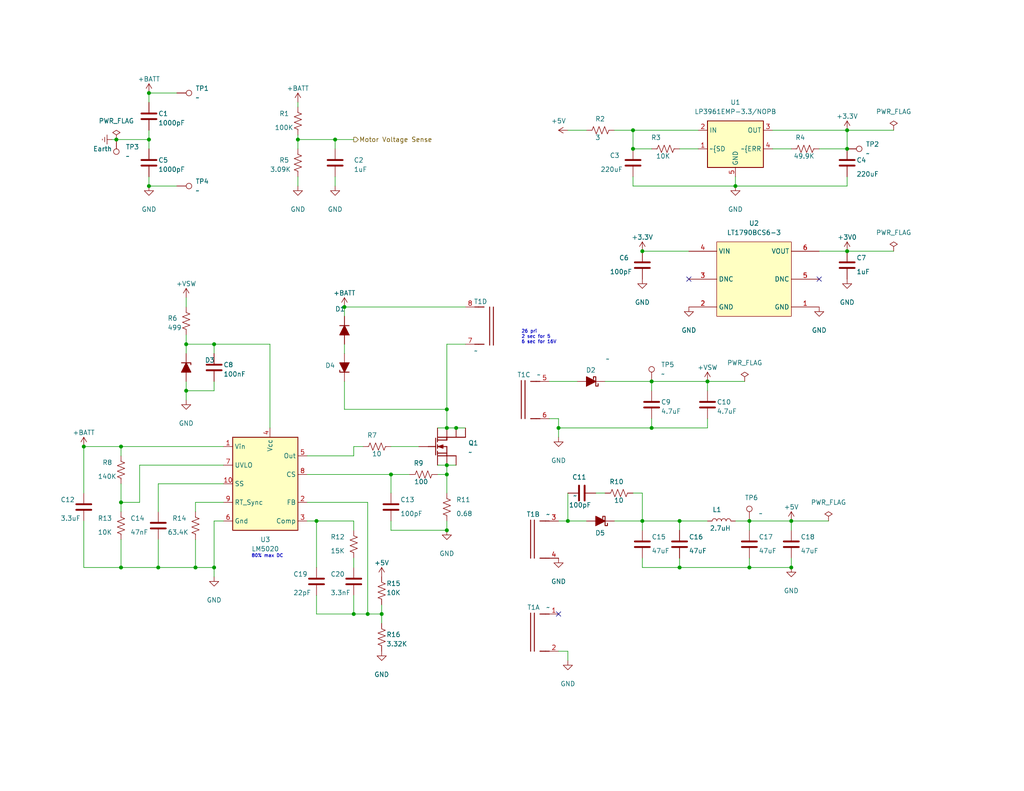
<source format=kicad_sch>
(kicad_sch (version 20231120) (generator "eeschema") (generator_version "8.0")
  (paper "A")
  (title_block (title "Advanced Motor Controller") (company "Electro Synthetics"))
  (junction (at 231.14 40.64))
  (junction (at 177.8 104.14))
  (junction (at 33.02 137.16))
  (junction (at 215.9 142.24))
  (junction (at 215.9 154.94))
  (junction (at 121.92 144.78))
  (junction (at 185.42 154.94))
  (junction (at 121.92 127))
  (junction (at 106.68 129.54))
  (junction (at 121.92 129.54))
  (junction (at 172.72 35.56))
  (junction (at 154.94 142.24))
  (junction (at 200.66 50.8))
  (junction (at 152.4 116.84))
  (junction (at 100.33 167.64))
  (junction (at 193.04 104.14))
  (junction (at 86.36 142.24))
  (junction (at 50.8 93.98))
  (junction (at 40.64 38.1))
  (junction (at 43.18 154.94))
  (junction (at 204.47 154.94))
  (junction (at 124.46 116.84))
  (junction (at 93.98 83.82))
  (junction (at 231.14 35.56))
  (junction (at 231.14 68.58))
  (junction (at 40.64 50.8))
  (junction (at 31.75 38.1))
  (junction (at 81.28 38.1))
  (junction (at 172.72 40.64))
  (junction (at 50.8 106.68))
  (junction (at 33.02 121.92))
  (junction (at 104.14 167.64))
  (junction (at 40.64 25.4))
  (junction (at 53.34 154.94))
  (junction (at 91.44 38.1))
  (junction (at 22.86 121.92))
  (junction (at 175.26 68.58))
  (junction (at 58.42 154.94))
  (junction (at 175.26 142.24))
  (junction (at 185.42 142.24))
  (junction (at 121.92 116.84))
  (junction (at 204.47 142.24))
  (junction (at 121.92 111.76))
  (junction (at 177.8 116.84))
  (junction (at 58.42 93.98))
  (junction (at 96.52 167.64))
  (junction (at 33.02 154.94))
  (no_connect (at 223.52 76.2))
  (no_connect (at 152.4 167.64))
  (no_connect (at 187.96 76.2))
  (wire (pts (xy 91.44 48.26) (xy 91.44 50.8)))
  (wire (pts (xy 215.9 142.24) (xy 226.06 142.24)))
  (wire (pts (xy 127 93.98) (xy 121.92 93.98)))
  (wire (pts (xy 50.8 106.68) (xy 50.8 109.22)))
  (wire (pts (xy 50.8 93.98) (xy 50.8 96.52)))
  (wire (pts (xy 22.86 154.94) (xy 33.02 154.94)))
  (wire (pts (xy 96.52 162.56) (xy 96.52 167.64)))
  (wire (pts (xy 152.4 114.3) (xy 152.4 116.84)))
  (wire (pts (xy 204.47 154.94) (xy 215.9 154.94)))
  (wire (pts (xy 106.68 142.24) (xy 106.68 144.78)))
  (wire (pts (xy 50.8 93.98) (xy 58.42 93.98)))
  (wire (pts (xy 50.8 81.28) (xy 50.8 83.82)))
  (wire (pts (xy 215.9 142.24) (xy 215.9 144.78)))
  (wire (pts (xy 175.26 134.62) (xy 175.26 142.24)))
  (wire (pts (xy 81.28 27.94) (xy 81.28 29.21)))
  (wire (pts (xy 40.64 25.4) (xy 40.64 27.94)))
  (wire (pts (xy 177.8 104.14) (xy 177.8 106.68)))
  (wire (pts (xy 31.75 38.1) (xy 40.64 38.1)))
  (wire (pts (xy 81.28 38.1) (xy 81.28 40.64)))
  (wire (pts (xy 86.36 142.24) (xy 96.52 142.24)))
  (wire (pts (xy 152.4 116.84) (xy 152.4 119.38)))
  (wire (pts (xy 200.66 142.24) (xy 204.47 142.24)))
  (wire (pts (xy 33.02 147.32) (xy 33.02 154.94)))
  (wire (pts (xy 172.72 35.56) (xy 172.72 40.64)))
  (wire (pts (xy 22.86 142.24) (xy 22.86 154.94)))
  (wire (pts (xy 93.98 83.82) (xy 127 83.82)))
  (wire (pts (xy 185.42 152.4) (xy 185.42 154.94)))
  (wire (pts (xy 200.66 48.26) (xy 200.66 50.8)))
  (wire (pts (xy 93.98 83.82) (xy 93.98 86.36)))
  (wire (pts (xy 38.1 127) (xy 60.96 127)))
  (wire (pts (xy 81.28 36.83) (xy 81.28 38.1)))
  (wire (pts (xy 40.64 38.1) (xy 40.64 40.64)))
  (wire (pts (xy 149.86 104.14) (xy 157.48 104.14)))
  (wire (pts (xy 175.26 152.4) (xy 175.26 154.94)))
  (wire (pts (xy 43.18 154.94) (xy 53.34 154.94)))
  (wire (pts (xy 81.28 38.1) (xy 91.44 38.1)))
  (wire (pts (xy 106.68 129.54) (xy 106.68 134.62)))
  (wire (pts (xy 185.42 142.24) (xy 193.04 142.24)))
  (wire (pts (xy 121.92 127) (xy 121.92 129.54)))
  (wire (pts (xy 58.42 154.94) (xy 58.42 157.48)))
  (wire (pts (xy 40.64 50.8) (xy 48.26 50.8)))
  (wire (pts (xy 83.82 142.24) (xy 86.36 142.24)))
  (wire (pts (xy 106.68 144.78) (xy 121.92 144.78)))
  (wire (pts (xy 53.34 147.32) (xy 53.34 154.94)))
  (wire (pts (xy 152.4 116.84) (xy 177.8 116.84)))
  (wire (pts (xy 91.44 40.64) (xy 91.44 38.1)))
  (wire (pts (xy 119.38 116.84) (xy 121.92 116.84)))
  (wire (pts (xy 38.1 137.16) (xy 33.02 137.16)))
  (wire (pts (xy 231.14 35.56) (xy 231.14 40.64)))
  (wire (pts (xy 121.92 111.76) (xy 121.92 116.84)))
  (wire (pts (xy 215.9 152.4) (xy 215.9 154.94)))
  (wire (pts (xy 121.92 127) (xy 124.46 127)))
  (wire (pts (xy 175.26 154.94) (xy 185.42 154.94)))
  (wire (pts (xy 96.52 121.92) (xy 99.06 121.92)))
  (wire (pts (xy 100.33 137.16) (xy 100.33 167.64)))
  (wire (pts (xy 86.36 167.64) (xy 96.52 167.64)))
  (wire (pts (xy 121.92 116.84) (xy 124.46 116.84)))
  (wire (pts (xy 119.38 127) (xy 121.92 127)))
  (wire (pts (xy 165.1 104.14) (xy 177.8 104.14)))
  (wire (pts (xy 22.86 121.92) (xy 22.86 134.62)))
  (wire (pts (xy 154.94 35.56) (xy 160.02 35.56)))
  (wire (pts (xy 33.02 132.08) (xy 33.02 137.16)))
  (wire (pts (xy 175.26 142.24) (xy 185.42 142.24)))
  (wire (pts (xy 58.42 106.68) (xy 50.8 106.68)))
  (wire (pts (xy 58.42 93.98) (xy 73.66 93.98)))
  (wire (pts (xy 83.82 129.54) (xy 106.68 129.54)))
  (wire (pts (xy 40.64 25.4) (xy 48.26 25.4)))
  (wire (pts (xy 86.36 142.24) (xy 86.36 154.94)))
  (wire (pts (xy 86.36 162.56) (xy 86.36 167.64)))
  (wire (pts (xy 172.72 50.8) (xy 200.66 50.8)))
  (wire (pts (xy 223.52 68.58) (xy 231.14 68.58)))
  (wire (pts (xy 38.1 127) (xy 38.1 137.16)))
  (wire (pts (xy 154.94 142.24) (xy 160.02 142.24)))
  (wire (pts (xy 96.52 124.46) (xy 96.52 121.92)))
  (wire (pts (xy 81.28 48.26) (xy 81.28 50.8)))
  (wire (pts (xy 106.68 121.92) (xy 114.3 121.92)))
  (wire (pts (xy 193.04 104.14) (xy 193.04 106.68)))
  (wire (pts (xy 204.47 152.4) (xy 204.47 154.94)))
  (wire (pts (xy 106.68 129.54) (xy 111.76 129.54)))
  (wire (pts (xy 177.8 116.84) (xy 193.04 116.84)))
  (wire (pts (xy 152.4 142.24) (xy 154.94 142.24)))
  (wire (pts (xy 185.42 40.64) (xy 190.5 40.64)))
  (wire (pts (xy 154.94 177.8) (xy 152.4 177.8)))
  (wire (pts (xy 93.98 93.98) (xy 93.98 96.52)))
  (wire (pts (xy 30.48 38.1) (xy 31.75 38.1)))
  (wire (pts (xy 204.47 142.24) (xy 215.9 142.24)))
  (wire (pts (xy 83.82 124.46) (xy 96.52 124.46)))
  (wire (pts (xy 210.82 40.64) (xy 215.9 40.64)))
  (wire (pts (xy 83.82 137.16) (xy 100.33 137.16)))
  (wire (pts (xy 53.34 137.16) (xy 53.34 139.7)))
  (wire (pts (xy 172.72 48.26) (xy 172.72 50.8)))
  (wire (pts (xy 93.98 111.76) (xy 121.92 111.76)))
  (wire (pts (xy 175.26 68.58) (xy 187.96 68.58)))
  (wire (pts (xy 58.42 104.14) (xy 58.42 106.68)))
  (wire (pts (xy 200.66 50.8) (xy 231.14 50.8)))
  (wire (pts (xy 167.64 142.24) (xy 175.26 142.24)))
  (wire (pts (xy 121.92 129.54) (xy 121.92 134.62)))
  (wire (pts (xy 43.18 147.32) (xy 43.18 154.94)))
  (wire (pts (xy 121.92 142.24) (xy 121.92 144.78)))
  (wire (pts (xy 185.42 142.24) (xy 185.42 144.78)))
  (wire (pts (xy 104.14 170.18) (xy 104.14 167.64)))
  (wire (pts (xy 172.72 40.64) (xy 177.8 40.64)))
  (wire (pts (xy 93.98 104.14) (xy 93.98 111.76)))
  (wire (pts (xy 40.64 48.26) (xy 40.64 50.8)))
  (wire (pts (xy 231.14 35.56) (xy 243.84 35.56)))
  (wire (pts (xy 96.52 142.24) (xy 96.52 144.78)))
  (wire (pts (xy 58.42 142.24) (xy 60.96 142.24)))
  (wire (pts (xy 33.02 121.92) (xy 33.02 124.46)))
  (wire (pts (xy 231.14 48.26) (xy 231.14 50.8)))
  (wire (pts (xy 50.8 104.14) (xy 50.8 106.68)))
  (wire (pts (xy 172.72 35.56) (xy 190.5 35.56)))
  (wire (pts (xy 124.46 116.84) (xy 127 116.84)))
  (wire (pts (xy 96.52 152.4) (xy 96.52 154.94)))
  (wire (pts (xy 154.94 180.34) (xy 154.94 177.8)))
  (wire (pts (xy 177.8 104.14) (xy 193.04 104.14)))
  (wire (pts (xy 58.42 142.24) (xy 58.42 154.94)))
  (wire (pts (xy 40.64 35.56) (xy 40.64 38.1)))
  (wire (pts (xy 119.38 129.54) (xy 121.92 129.54)))
  (wire (pts (xy 96.52 167.64) (xy 100.33 167.64)))
  (wire (pts (xy 149.86 114.3) (xy 152.4 114.3)))
  (wire (pts (xy 43.18 132.08) (xy 43.18 139.7)))
  (wire (pts (xy 204.47 144.78) (xy 204.47 142.24)))
  (wire (pts (xy 60.96 132.08) (xy 43.18 132.08)))
  (wire (pts (xy 104.14 165.1) (xy 104.14 167.64)))
  (wire (pts (xy 162.56 134.62) (xy 165.1 134.62)))
  (wire (pts (xy 193.04 114.3) (xy 193.04 116.84)))
  (wire (pts (xy 231.14 68.58) (xy 243.84 68.58)))
  (wire (pts (xy 100.33 167.64) (xy 104.14 167.64)))
  (wire (pts (xy 172.72 134.62) (xy 175.26 134.62)))
  (wire (pts (xy 60.96 137.16) (xy 53.34 137.16)))
  (wire (pts (xy 50.8 91.44) (xy 50.8 93.98)))
  (wire (pts (xy 73.66 93.98) (xy 73.66 116.84)))
  (wire (pts (xy 22.86 121.92) (xy 33.02 121.92)))
  (wire (pts (xy 121.92 93.98) (xy 121.92 111.76)))
  (wire (pts (xy 177.8 114.3) (xy 177.8 116.84)))
  (wire (pts (xy 58.42 93.98) (xy 58.42 96.52)))
  (wire (pts (xy 193.04 104.14) (xy 203.2 104.14)))
  (wire (pts (xy 33.02 154.94) (xy 43.18 154.94)))
  (wire (pts (xy 175.26 142.24) (xy 175.26 144.78)))
  (wire (pts (xy 210.82 35.56) (xy 231.14 35.56)))
  (wire (pts (xy 53.34 154.94) (xy 58.42 154.94)))
  (wire (pts (xy 167.64 35.56) (xy 172.72 35.56)))
  (wire (pts (xy 223.52 40.64) (xy 231.14 40.64)))
  (wire (pts (xy 33.02 137.16) (xy 33.02 139.7)))
  (wire (pts (xy 33.02 121.92) (xy 60.96 121.92)))
  (wire (pts (xy 185.42 154.94) (xy 204.47 154.94)))
  (wire (pts (xy 154.94 134.62) (xy 154.94 142.24)))
  (wire (pts (xy 91.44 38.1) (xy 96.52 38.1)))
  (text "80% max DC" (at 68.58 152.4 0) (effects (font (size 0.889 0.889)) (justify left bottom)))
  (text "26 pri \n2 sec for 5\n6 sec for 16V" (at 142.24 93.98 0) (effects (font (size 0.889 0.889)) (justify left bottom)))
  (hierarchical_label "Motor Voltage Sense" (shape output) (at 96.52 38.1 0))
  (symbol (lib_id "power:PWR_FLAG") (at 226.06 142.24 0) (unit 1)
    (property "Reference" "#FLG0105" (effects (hide yes)))
    (property "Value" "PWR_FLAG" (at 226.06 137.16 0))
  )
  (symbol (lib_id "Connector:TestPoint") (at 231.14 40.64 270) (unit 1)
    (property "Reference" "TP2" (at 236.22 39.3699 90) (effects (justify left)))
    (property "Value" "~" (at 236.22 41.9099 90) (effects (justify left)))
    (property "Footprint" "User_Misc:TestPoint" (effects (hide yes)))
    (property "Datasheet" "https://www.keyelco.com/userAssets/file/M65p56.pdf" (effects (hide yes)))
    (property "Manufacturer" "Keystone Electronics" (effects (hide yes)))
    (property "Manufacturer Part Number" "5003" (effects (hide yes)))
    (property "Supplier 1" "Digi-Key" (effects (hide yes)))
    (property "Supplier Part Number 1" "36-5003-ND" (effects (hide yes)))
  )
  (symbol (lib_id "Device:R_US") (at 33.02 128.27 0) (unit 1)
    (property "Reference" "R8" (at 27.94 127 0) (effects (justify left bottom)))
    (property "Value" "140K" (at 26.67 130.81 0) (effects (justify left bottom)))
    (property "Footprint" "Resistor_SMD:R_0603_1608Metric" (effects (hide yes)))
    (property "Supplier 1" "Digi-Key" (effects (hide yes)))
    (property "Supplier Part Number 1" "P140KHCT-ND" (effects (hide yes)))
    (property "Manufacturer" "Panasonic Electronic Components" (effects (hide yes)))
    (property "Manufacturer Part Number" "ERJ-3EKF1403V" (effects (hide yes)))
  )
  (symbol (lib_id "power:+VSW") (at 50.8 81.28 0) (unit 1)
    (property "Reference" "#PWR0157" (effects (hide yes)))
    (property "Value" "+VSW" (at 50.8 77.47 0))
  )
  (symbol (lib_id "Device:R_US") (at 81.28 44.45 0) (unit 1)
    (property "Reference" "R5" (at 76.2 44.45 0) (effects (justify left bottom)))
    (property "Value" "3.09K" (at 73.66 46.99 0) (effects (justify left bottom)))
    (property "Footprint" "Resistor_SMD:R_0603_1608Metric" (effects (hide yes)))
    (property "Manufacturer" "Yageo" (effects (hide yes)))
    (property "Manufacturer Part Number" "RT0603BRD073K09L" (effects (hide yes)))
    (property "Supplier 1" "Digi-Key" (effects (hide yes)))
    (property "Supplier Part Number 1" "YAG1650CT-ND" (effects (hide yes)))
  )
  (symbol (lib_id "Device:C") (at 193.04 110.49 0) (unit 1)
    (property "Reference" "C10" (at 195.58 110.49 0) (effects (justify left bottom)))
    (property "Value" "4.7uF" (at 195.58 113.03 0) (effects (justify left bottom)))
    (property "Footprint" "Capacitor_SMD:C_0805_2012Metric" (effects (hide yes)))
    (property "Manufacturer" "Samsung Electro-Mechanics" (effects (hide yes)))
    (property "Manufacturer Part Number" "CL21A475KACLRNC" (effects (hide yes)))
    (property "Supplier 1" "Digi-Key" (effects (hide yes)))
    (property "Supplier Part Number 1" "1276-2415-1-ND" (effects (hide yes)))
  )
  (symbol (lib_id "power:GND") (at 121.92 144.78 0) (unit 1)
    (property "Reference" "#PWR0152" (effects (hide yes)))
    (property "Value" "GND" (at 121.92 151.13 0))
  )
  (symbol (lib_id "power:GND") (at 200.66 50.8 0) (unit 1)
    (property "Reference" "#PWR0141" (effects (hide yes)))
    (property "Value" "GND" (at 200.66 57.15 0))
  )
  (symbol (lib_id "Device:C") (at 91.44 44.45 0) (unit 1)
    (property "Reference" "C2" (at 96.52 44.45 0) (effects (justify left bottom)))
    (property "Value" "1uF" (at 96.52 46.99 0) (effects (justify left bottom)))
    (property "Footprint" "Capacitor_SMD:C_0603_1608Metric" (effects (hide yes)))
    (property "Manufacturer" "Samsung Electro-Mechanics" (effects (hide yes)))
    (property "Manufacturer Part Number" "CL10A105KA8NNNC" (effects (hide yes)))
    (property "Supplier 1" "Digi-Key" (effects (hide yes)))
    (property "Supplier Part Number 1" "1276-1102-1-ND" (effects (hide yes)))
  )
  (symbol (lib_id "power:PWR_FLAG") (at 243.84 68.58 0) (unit 1)
    (property "Reference" "#FLG0103" (effects (hide yes)))
    (property "Value" "PWR_FLAG" (at 243.84 63.5 0))
  )
  (symbol (lib_id "power:+BATT") (at 40.64 25.4 0) (unit 1)
    (property "Reference" "#PWR0154" (effects (hide yes)))
    (property "Value" "+BATT" (at 40.64 21.59 0))
  )
  (symbol (lib_id "power:GND") (at 81.28 50.8 0) (unit 1)
    (property "Reference" "#PWR0158" (effects (hide yes)))
    (property "Value" "GND" (at 81.28 57.15 0))
  )
  (symbol (lib_id "Device:C") (at 96.52 158.75 0) (unit 1)
    (property "Reference" "C20" (at 90.17 157.48 0) (effects (justify left bottom)))
    (property "Value" "3.3nF" (at 90.17 162.56 0) (effects (justify left bottom)))
    (property "Footprint" "Capacitor_SMD:C_0603_1608Metric" (effects (hide yes)))
    (property "Manufacturer" "Murata" (effects (hide yes)))
    (property "Manufacturer Part Number" "GRM1885C1H332JA01D" (effects (hide yes)))
    (property "Supplier 1" "Digi-Key" (effects (hide yes)))
    (property "Supplier Part Number 1" "490-6385-1-ND" (effects (hide yes)))
  )
  (symbol (lib_id "Device:R_US") (at 219.71 40.64 90) (unit 1)
    (property "Reference" "R4" (at 219.71 36.83 90) (effects (justify left bottom)))
    (property "Value" "49.9K" (at 222.25 41.91 90) (effects (justify left bottom)))
    (property "Footprint" "Resistor_SMD:R_0603_1608Metric" (effects (hide yes)))
    (property "Manufacturer" "Yageo" (effects (hide yes)))
    (property "Manufacturer Part Number" "RC0603FR-0749K9L" (effects (hide yes)))
    (property "Supplier 1" "Digi-Key" (effects (hide yes)))
    (property "Supplier Part Number 1" "311-49.9KHRTR-ND" (effects (hide yes)))
  )
  (symbol (lib_id "power:GND") (at 152.4 152.4 0) (unit 1)
    (property "Reference" "#PWR0137" (effects (hide yes)))
    (property "Value" "GND" (at 152.4 158.75 0))
  )
  (symbol (lib_id "power:GND") (at 58.42 157.48 0) (unit 1)
    (property "Reference" "#PWR0139" (effects (hide yes)))
    (property "Value" "GND" (at 58.42 163.83 0))
  )
  (symbol (lib_id "power:+VSW") (at 193.04 104.14 0) (unit 1)
    (property "Reference" "#PWR0162" (effects (hide yes)))
    (property "Value" "+VSW" (at 193.04 100.33 0))
  )
  (symbol (lib_id "power:GND") (at 187.96 83.82 0) (unit 1)
    (property "Reference" "#PWR0143" (effects (hide yes)))
    (property "Value" "GND" (at 187.96 90.17 0))
  )
  (symbol (lib_id "Connector:TestPoint") (at 177.8 104.14 0) (unit 1)
    (property "Reference" "TP5" (at 180.34 99.5679 0) (effects (justify left)))
    (property "Value" "~" (at 180.34 102.1079 0) (effects (justify left)))
    (property "Footprint" "User_Misc:TestPoint" (effects (hide yes)))
    (property "Datasheet" "https://www.keyelco.com/userAssets/file/M65p56.pdf" (effects (hide yes)))
    (property "Manufacturer" "Keystone Electronics" (effects (hide yes)))
    (property "Manufacturer Part Number" "5003" (effects (hide yes)))
    (property "Supplier 1" "Digi-Key" (effects (hide yes)))
    (property "Supplier Part Number 1" "36-5003-ND" (effects (hide yes)))
  )
  (symbol (lib_id "Device:R_US") (at 168.91 134.62 90) (unit 1)
    (property "Reference" "R10" (at 170.18 130.81 90) (effects (justify left bottom)))
    (property "Value" "10" (at 170.18 135.89 90) (effects (justify left bottom)))
    (property "Footprint" "Resistor_SMD:R_1210_3225Metric" (effects (hide yes)))
    (property "Manufacturer" "Vishay Dale" (effects (hide yes)))
    (property "Manufacturer Part Number" "CRCW121010R0JNEA" (effects (hide yes)))
    (property "Supplier 1" "Digi-Key" (effects (hide yes)))
    (property "Supplier Part Number 1" "541-10VCT-ND" (effects (hide yes)))
  )
  (symbol (lib_id "power:GND") (at 40.64 50.8 0) (unit 1)
    (property "Reference" "#PWR0156" (effects (hide yes)))
    (property "Value" "GND" (at 40.64 57.15 0))
  )
  (symbol (lib_id "power:GND") (at 91.44 50.8 0) (unit 1)
    (property "Reference" "#PWR0159" (effects (hide yes)))
    (property "Value" "GND" (at 91.44 57.15 0))
  )
  (symbol (lib_id "Device:C") (at 86.36 158.75 0) (unit 1)
    (property "Reference" "C19" (at 80.01 157.48 0) (effects (justify left bottom)))
    (property "Value" "22pF" (at 80.01 162.56 0) (effects (justify left bottom)))
    (property "Footprint" "Capacitor_SMD:C_0603_1608Metric" (effects (hide yes)))
    (property "Manufacturer" "Yageo" (effects (hide yes)))
    (property "Manufacturer Part Number" "CC0603JRNPO9BN220" (effects (hide yes)))
    (property "Supplier 1" "Digi-Key" (effects (hide yes)))
    (property "Supplier Part Number 1" "311-1062-1-ND" (effects (hide yes)))
  )
  (symbol (lib_id "Device:C") (at 177.8 110.49 0) (unit 1)
    (property "Reference" "C9" (at 180.34 110.49 0) (effects (justify left bottom)))
    (property "Value" "4.7uF" (at 180.34 113.03 0) (effects (justify left bottom)))
    (property "Footprint" "Capacitor_SMD:C_0805_2012Metric" (effects (hide yes)))
    (property "Manufacturer" "Samsung Electro-Mechanics" (effects (hide yes)))
    (property "Manufacturer Part Number" "CL21A475KACLRNC" (effects (hide yes)))
    (property "Supplier 1" "Digi-Key" (effects (hide yes)))
    (property "Supplier Part Number 1" "1276-2415-1-ND" (effects (hide yes)))
  )
  (symbol (lib_id "Device:L") (at 196.85 142.24 90) (unit 1)
    (property "Reference" "L1" (at 196.85 138.43 90) (effects (justify left bottom)))
    (property "Value" "2.7uH" (at 199.39 143.51 90) (effects (justify left bottom)))
    (property "Footprint" "User_Standard:74404031027A" (effects (hide yes)))
    (property "Manufacturer" "Wurth Electronic" (effects (hide yes)))
    (property "Manufacturer Part Number" "74404031027A" (effects (hide yes)))
    (property "Supplier 1" "Digi-Key" (effects (hide yes)))
    (property "Supplier Part Number 1" "732-9662-6-ND" (effects (hide yes)))
  )
  (symbol (lib_name "D_Schottky_Filled_1") (lib_id "Device:D_Schottky_Filled") (at 161.29 104.14 180) (unit 1)
    (property "Reference" "D2" (at 162.56 100.33 0) (effects (justify left bottom)))
    (property "Value" "~" (at 166.37 97.282 0) (effects (justify left bottom)))
    (property "Footprint" "Diode_SMD:D_SOD-123" (effects (hide yes)))
    (property "Manufacturer" "Micro Commercial Co" (effects (hide yes)))
    (property "Manufacturer Part Number" "MBR0580-TP" (effects (hide yes)))
    (property "Supplier 1" "Digi-Key" (effects (hide yes)))
    (property "Supplier Part Number 1" "MBR0580-TPMSCT-ND" (effects (hide yes)))
  )
  (symbol (lib_id "Device:C") (at 175.26 148.59 0) (unit 1)
    (property "Reference" "C15" (at 177.8 147.32 0) (effects (justify left bottom)))
    (property "Value" "47uF" (at 177.8 151.13 0) (effects (justify left bottom)))
    (property "Footprint" "Capacitor_SMD:C_1206_3216Metric" (effects (hide yes)))
    (property "Manufacturer" "TDK Corporation" (effects (hide yes)))
    (property "Manufacturer Part Number" "C3216X6S0J476M160AB" (effects (hide yes)))
    (property "Supplier 1" "Digi-Key" (effects (hide yes)))
    (property "Supplier Part Number 1" "445-6011-1-ND" (effects (hide yes)))
  )
  (symbol (lib_name "Flyback_Transformer_3s_3") (lib_id "User_Misc:Flyback_Transformer_3s") (at 149.86 139.7 180) (unit 2)
    (property "Reference" "T1" (at 147.32 139.7 0) (effects (justify left bottom)))
    (property "Value" "~" (at 150.114 139.7 0) (effects (justify left bottom)))
  )
  (symbol (lib_id "power:GND") (at 231.14 76.2 0) (unit 1)
    (property "Reference" "#PWR0147" (effects (hide yes)))
    (property "Value" "GND" (at 231.14 82.55 0))
  )
  (symbol (lib_id "User_Voltage_Regulators:LP3961EMP-3.3/NOPB") (at 193.04 33.02 0) (unit 1)
    (property "Reference" "U1" (at 200.66 27.94 0))
    (property "Value" "LP3961EMP-3.3/NOPB" (at 200.66 30.48 0))
    (property "Footprint" "Package_TO_SOT_SMD:SOT-223-5" (effects (hide yes)))
    (property "Datasheet" "https://www.ti.com/lit/ds/symlink/lp3964.pdf?HQS=dis-dk-null-digikeymode-dsf-pf-null-wwe&ts=1672873842676" (effects (hide yes)))
    (property "Supplier 1" "Digi-Key" (effects (hide yes)))
    (property "Supplier Part Number 1" "LP3961EMP-3.3/NOPBTR-ND" (effects (hide yes)))
    (property "Manufacturer" "Texas Instruments" (effects (hide yes)))
    (property "Manufacturer Part Number" "LP3961EMP-3.3/NOPB" (effects (hide yes)))
  )
  (symbol (lib_id "Connector:TestPoint") (at 31.75 38.1 180) (unit 1)
    (property "Reference" "TP3" (at 34.29 40.1319 0) (effects (justify right)))
    (property "Value" "~" (at 34.29 42.6719 0) (effects (justify right)))
    (property "Footprint" "User_Misc:TestPoint" (effects (hide yes)))
    (property "Datasheet" "https://www.keyelco.com/userAssets/file/M65p56.pdf" (effects (hide yes)))
    (property "Manufacturer" "Keystone Electronics" (effects (hide yes)))
    (property "Manufacturer Part Number" "5003" (effects (hide yes)))
    (property "Supplier 1" "Digi-Key" (effects (hide yes)))
    (property "Supplier Part Number 1" "36-5003-ND" (effects (hide yes)))
  )
  (symbol (lib_id "Device:C") (at 175.26 72.39 0) (unit 1)
    (property "Reference" "C6" (at 168.91 71.12 0) (effects (justify left bottom)))
    (property "Value" "100pF" (at 166.37 74.93 0) (effects (justify left bottom)))
    (property "Footprint" "Capacitor_SMD:C_0603_1608Metric" (effects (hide yes)))
    (property "Manufacturer" "Yageo" (effects (hide yes)))
    (property "Manufacturer Part Number" "CC0603JRNPO9BN101" (effects (hide yes)))
    (property "Supplier 1" "Digi-Key" (effects (hide yes)))
    (property "Supplier Part Number 1" "311-1069-1-ND" (effects (hide yes)))
  )
  (symbol (lib_id "Device:D_Zener_Filled") (at 93.98 100.33 90) (unit 1)
    (property "Reference" "D4" (at 91.44 99.06 90) (effects (justify left bottom)))
    (property "Footprint" "Diode_SMD:D_SOD-123" (effects (hide yes)))
    (property "Supplier 1" "Digi-Key" (effects (hide yes)))
    (property "Supplier Part Number 1" "MMSZ5268BT1GOSCT-ND" (effects (hide yes)))
    (property "Manufacturer" "ON Semiconductor" (effects (hide yes)))
    (property "Manufacturer Part Number" "MMSZ5268BT1G" (effects (hide yes)))
  )
  (symbol (lib_id "Device:C") (at 40.64 31.75 0) (unit 1)
    (property "Reference" "C1" (at 43.18 31.75 0) (effects (justify left bottom)))
    (property "Value" "1000pF" (at 43.18 34.29 0) (effects (justify left bottom)))
    (property "Footprint" "Capacitor_SMD:C_1206_3216Metric" (effects (hide yes)))
    (property "Manufacturer" "KEMET" (effects (hide yes)))
    (property "Manufacturer Part Number" "C1206C102KCRACTU" (effects (hide yes)))
    (property "Supplier 1" "Digi-Key" (effects (hide yes)))
    (property "Supplier Part Number 1" "399-3436-1-ND" (effects (hide yes)))
  )
  (symbol (lib_id "Device:R_US") (at 104.14 161.29 0) (unit 1)
    (property "Reference" "R15" (at 105.41 160.02 0) (effects (justify left bottom)))
    (property "Value" "10K" (at 105.41 162.56 0) (effects (justify left bottom)))
    (property "Footprint" "Resistor_SMD:R_0805_2012Metric" (effects (hide yes)))
    (property "Manufacturer" "Susumu" (effects (hide yes)))
    (property "Manufacturer Part Number" "RR1220P-103-D" (effects (hide yes)))
    (property "Supplier 1" "Digi-Key" (effects (hide yes)))
    (property "Supplier Part Number 1" "RR12P10.0KDCT-ND" (effects (hide yes)))
  )
  (symbol (lib_id "Device:C") (at 43.18 143.51 0) (unit 1)
    (property "Reference" "C14" (at 35.56 142.24 0) (effects (justify left bottom)))
    (property "Value" "47nF" (at 35.56 146.05 0) (effects (justify left bottom)))
    (property "Footprint" "Capacitor_SMD:C_0805_2012Metric" (effects (hide yes)))
    (property "Manufacturer" "Samsung Electro-Mechanics" (effects (hide yes)))
    (property "Manufacturer Part Number" "CL21B473KCCWPNC" (effects (hide yes)))
    (property "Supplier 1" "Digi-Key" (effects (hide yes)))
    (property "Supplier Part Number 1" "1276-6815-1-ND" (effects (hide yes)))
  )
  (symbol (lib_id "power:GND") (at 223.52 83.82 0) (unit 1)
    (property "Reference" "#PWR0149" (effects (hide yes)))
    (property "Value" "GND" (at 223.52 90.17 0))
  )
  (symbol (lib_id "User_Voltage_Regulators:LM5020") (at 63.5 119.38 0) (unit 1)
    (property "Reference" "U3" (at 72.39 147.32 0))
    (property "Value" "LM5020" (at 72.39 149.86 0))
    (property "Footprint" "Package_SO:VSSOP-10_3x3mm_P0.5mm" (effects (hide yes)))
    (property "Datasheet" "https://www.ti.com/lit/ds/symlink/lm5020.pdf?ts=1672874439807&ref_url=https%253A%252F%252Fwww.google.com%252F" (effects (hide yes)))
    (property "Supplier 1" "Digi-Key" (effects (hide yes)))
    (property "Supplier Part Number 1" "LM5020MM-1/NOPBCT-ND" (effects (hide yes)))
    (property "Manufacturer" "Texas Instruments" (effects (hide yes)))
    (property "Manufacturer Part Number" "LM5020MM-1/NOPB" (effects (hide yes)))
  )
  (symbol (lib_id "Device:R_US") (at 104.14 173.99 0) (unit 1)
    (property "Reference" "R16" (at 105.41 173.99 0) (effects (justify left bottom)))
    (property "Value" "3.32K" (at 105.41 176.53 0) (effects (justify left bottom)))
    (property "Footprint" "Resistor_SMD:R_0603_1608Metric" (effects (hide yes)))
    (property "Manufacturer" "Yageo" (effects (hide yes)))
    (property "Manufacturer Part Number" "RC0603FR-073K32L" (effects (hide yes)))
    (property "Supplier 1" "Digi-Key" (effects (hide yes)))
    (property "Supplier Part Number 1" "311-3.32KHRCT-ND" (effects (hide yes)))
  )
  (symbol (lib_id "power:GND") (at 152.4 119.38 0) (unit 1)
    (property "Reference" "#PWR0136" (effects (hide yes)))
    (property "Value" "GND" (at 152.4 125.73 0))
  )
  (symbol (lib_id "Device:R_US") (at 96.52 148.59 0) (unit 1)
    (property "Reference" "R12" (at 90.17 147.32 0) (effects (justify left bottom)))
    (property "Value" "15K" (at 90.17 151.13 0) (effects (justify left bottom)))
    (property "Footprint" "Resistor_SMD:R_0603_1608Metric" (effects (hide yes)))
    (property "Manufacturer" "Yageo" (effects (hide yes)))
    (property "Manufacturer Part Number" "RC0603FR-0715KL" (effects (hide yes)))
    (property "Supplier 1" "Digi-Key" (effects (hide yes)))
    (property "Supplier Part Number 1" "311-15.0KHRCT-ND" (effects (hide yes)))
  )
  (symbol (lib_id "Device:R_US") (at 181.61 40.64 90) (unit 1)
    (property "Reference" "R3" (at 180.34 36.83 90) (effects (justify left bottom)))
    (property "Value" "10K" (at 182.88 41.91 90) (effects (justify left bottom)))
    (property "Footprint" "Resistor_SMD:R_0805_2012Metric" (effects (hide yes)))
    (property "Manufacturer" "Susumu" (effects (hide yes)))
    (property "Manufacturer Part Number" "RR1220P-103-D" (effects (hide yes)))
    (property "Supplier 1" "Digi-Key" (effects (hide yes)))
    (property "Supplier Part Number 1" "RR12P10.0KDCT-ND" (effects (hide yes)))
  )
  (symbol (lib_id "power:PWR_FLAG") (at 243.84 35.56 0) (unit 1)
    (property "Reference" "#FLG0104" (effects (hide yes)))
    (property "Value" "PWR_FLAG" (at 243.84 30.48 0))
  )
  (symbol (lib_id "power:+5V") (at 154.94 35.56 90) (unit 1)
    (property "Reference" "#PWR0146" (effects (hide yes)))
    (property "Value" "+5V" (at 152.4 33.02 90))
  )
  (symbol (lib_id "Device:C") (at 158.75 134.62 90) (unit 1)
    (property "Reference" "C11" (at 160.02 129.54 90) (effects (justify left bottom)))
    (property "Value" "100pF" (at 161.29 137.16 90) (effects (justify left bottom)))
    (property "Footprint" "Capacitor_SMD:C_0603_1608Metric" (effects (hide yes)))
    (property "Manufacturer" "Yageo" (effects (hide yes)))
    (property "Manufacturer Part Number" "CC0603JRNPO9BN101" (effects (hide yes)))
    (property "Supplier 1" "Digi-Key" (effects (hide yes)))
    (property "Supplier Part Number 1" "311-1069-1-ND" (effects (hide yes)))
  )
  (symbol (lib_id "Device:C") (at 22.86 138.43 0) (unit 1)
    (property "Reference" "C12" (at 16.51 137.16 0) (effects (justify left bottom)))
    (property "Value" "3.3uF" (at 16.51 142.24 0) (effects (justify left bottom)))
    (property "Footprint" "Capacitor_SMD:C_2220_5650Metric" (effects (hide yes)))
    (property "Manufacturer" "TDK Corporation" (effects (hide yes)))
    (property "Manufacturer Part Number" "C5750X7R2A335K230KA" (effects (hide yes)))
    (property "Supplier 1" "Digi-Key" (effects (hide yes)))
    (property "Supplier Part Number 1" "445-4524-1-ND" (effects (hide yes)))
  )
  (symbol (lib_id "Device:R_US") (at 163.83 35.56 90) (unit 1)
    (property "Reference" "R2" (at 165.1 31.75 90) (effects (justify left bottom)))
    (property "Value" "3" (at 163.83 36.83 90) (effects (justify left bottom)))
    (property "Footprint" "Resistor_SMD:R_2512_6332Metric" (effects (hide yes)))
    (property "Manufacturer" "Stackpole Electronics Inc" (effects (hide yes)))
    (property "Manufacturer Part Number" "RMCF2512JT3R00" (effects (hide yes)))
    (property "Supplier 1" "Digi-Key" (effects (hide yes)))
    (property "Supplier Part Number 1" "RMCF2512JT3R00CT-ND" (effects (hide yes)))
  )
  (symbol (lib_id "Connector:TestPoint") (at 204.47 142.24 0) (unit 1)
    (property "Reference" "TP6" (at 203.2 135.89 0) (effects (justify left)))
    (property "Value" "~" (at 207.01 140.2079 0) (effects (justify left)))
    (property "Footprint" "User_Misc:TestPoint" (effects (hide yes)))
    (property "Datasheet" "https://www.keyelco.com/userAssets/file/M65p56.pdf" (effects (hide yes)))
    (property "Manufacturer" "Keystone Electronics" (effects (hide yes)))
    (property "Manufacturer Part Number" "5003" (effects (hide yes)))
    (property "Supplier 1" "Digi-Key" (effects (hide yes)))
    (property "Supplier Part Number 1" "36-5003-ND" (effects (hide yes)))
  )
  (symbol (lib_id "Device:R_US") (at 53.34 143.51 0) (unit 1)
    (property "Reference" "R14" (at 46.99 142.24 0) (effects (justify left bottom)))
    (property "Value" "63.4K" (at 45.72 146.05 0) (effects (justify left bottom)))
    (property "Footprint" "Resistor_SMD:R_0603_1608Metric" (effects (hide yes)))
    (property "Manufacturer" "Yageo" (effects (hide yes)))
    (property "Manufacturer Part Number" "RC0603FR-0763K4L" (effects (hide yes)))
    (property "Supplier 1" "Digi-Key" (effects (hide yes)))
    (property "Supplier Part Number 1" "311-63.4KHRCT-ND" (effects (hide yes)))
  )
  (symbol (lib_id "power:GND") (at 104.14 177.8 0) (unit 1)
    (property "Reference" "#PWR0135" (effects (hide yes)))
    (property "Value" "GND" (at 104.14 184.15 0))
  )
  (symbol (lib_id "power:+3.3V") (at 231.14 35.56 0) (unit 1)
    (property "Reference" "#PWR0145" (effects (hide yes)))
    (property "Value" "+3.3V" (at 231.14 31.75 0))
  )
  (symbol (lib_id "power:+3.3V") (at 175.26 68.58 0) (unit 1)
    (property "Reference" "#PWR0144" (effects (hide yes)))
    (property "Value" "+3.3V" (at 175.26 64.77 0))
  )
  (symbol (lib_id "User_Voltage_Regulators:LT1790BCS6-3") (at 195.58 86.36 0) (unit 1)
    (property "Reference" "U2" (at 205.74 60.96 0))
    (property "Value" "LT1790BCS6-3" (at 205.74 63.5 0))
    (property "Footprint" "Package_TO_SOT_SMD:SOT-23-6" (effects (hide yes)))
    (property "Datasheet" "https://www.analog.com/media/en/technical-documentation/data-sheets/1790fc.pdf" (effects (hide yes)))
    (property "Manufacturer" "Analog Devices Inc." (effects (hide yes)))
    (property "Manufacturer Part Number" "LT1790BCS6-3#TRMPBF" (effects (hide yes)))
    (property "Supplier 1" "Digi-Key" (effects (hide yes)))
    (property "Supplier Part Number 1" "LT1790BCS6-3#TRMPBFCT-ND" (effects (hide yes)))
  )
  (symbol (lib_id "power:PWR_FLAG") (at 203.2 104.14 0) (unit 1)
    (property "Reference" "#FLG0102" (effects (hide yes)))
    (property "Value" "PWR_FLAG" (at 203.2 99.06 0))
  )
  (symbol (lib_id "Device:C") (at 172.72 44.45 0) (unit 1)
    (property "Reference" "C3" (at 166.37 43.18 0) (effects (justify left bottom)))
    (property "Value" "220uF" (at 163.83 46.99 0) (effects (justify left bottom)))
    (property "Footprint" "Capacitor_Tantalum_SMD:CP_EIA-7343-31_Kemet-D" (effects (hide yes)))
    (property "Manufacturer" "KEMET" (effects (hide yes)))
    (property "Manufacturer Part Number" "T495D227K010ATE125" (effects (hide yes)))
    (property "Supplier 1" "Digi-Key" (effects (hide yes)))
    (property "Supplier Part Number 1" "399-3881-1-ND" (effects (hide yes)))
  )
  (symbol (lib_id "Device:R_US") (at 121.92 138.43 0) (unit 1)
    (property "Reference" "R11" (at 124.46 137.16 0) (effects (justify left bottom)))
    (property "Value" "0.68" (at 124.46 140.97 0) (effects (justify left bottom)))
    (property "Footprint" "Resistor_SMD:R_1206_3216Metric" (effects (hide yes)))
    (property "Manufacturer" "Vishay Dale" (effects (hide yes)))
    (property "Manufacturer Part Number" "RCWE1206R680FKEA" (effects (hide yes)))
    (property "Supplier 1" "Digi-Key" (effects (hide yes)))
    (property "Supplier Part Number 1" "RCWE.68ECT-ND" (effects (hide yes)))
  )
  (symbol (lib_id "power:PWR_FLAG") (at 31.75 38.1 0) (unit 1)
    (property "Reference" "#FLG0107" (effects (hide yes)))
    (property "Value" "PWR_FLAG" (at 31.75 33.02 0))
  )
  (symbol (lib_id "power:+3V0") (at 231.14 68.58 0) (unit 1)
    (property "Reference" "#PWR0148" (effects (hide yes)))
    (property "Value" "+3V0" (at 231.14 64.77 0))
  )
  (symbol (lib_id "User_Misc:Flyback_Transformer_3s") (at 149.86 165.1 180) (unit 1)
    (property "Reference" "T1" (at 147.32 165.1 0) (effects (justify left bottom)))
    (property "Value" "~" (at 150.114 165.1 0) (effects (justify left bottom)))
  )
  (symbol (lib_id "power:GND") (at 154.94 180.34 0) (unit 1)
    (property "Reference" "#PWR0138" (effects (hide yes)))
    (property "Value" "GND" (at 154.94 186.69 0))
  )
  (symbol (lib_id "User_Misc:MOSFET 8.0V 13.7A 3.0W") (at 116.84 119.38 0) (unit 1)
    (property "Reference" "Q1" (at 127.762 121.666 0) (effects (justify left bottom)))
    (property "Value" "~" (at 127.762 124.206 0) (effects (justify left bottom)))
    (property "Footprint" "Package_SO:SO-8_3.9x4.9mm_P1.27mm" (effects (hide yes)))
    (property "Datasheet" "https://www.vishay.com/docs/72562/si4434dy.pdf" (effects (hide yes)))
    (property "Supplier 1" "Digi-Key" (effects (hide yes)))
    (property "Supplier Part Number 1" "SI4434DY-T1-E3CT-ND" (effects (hide yes)))
    (property "Manufacturer" "Vishay Siliconix" (effects (hide yes)))
    (property "Manufacturer Part Number" "SI4434DY-T1-E3" (effects (hide yes)))
  )
  (symbol (lib_id "power:+BATT") (at 81.28 27.94 0) (unit 1)
    (property "Reference" "#PWR0161" (effects (hide yes)))
    (property "Value" "+BATT" (at 81.28 24.13 0))
  )
  (symbol (lib_id "Device:R_US") (at 102.87 121.92 90) (unit 1)
    (property "Reference" "R7" (at 102.87 118.11 90) (effects (justify left bottom)))
    (property "Value" "10" (at 104.14 123.19 90) (effects (justify left bottom)))
    (property "Footprint" "Resistor_SMD:R_0603_1608Metric" (effects (hide yes)))
    (property "Manufacturer" "Vishay Dale" (effects (hide yes)))
    (property "Manufacturer Part Number" "CRCW060310R0JNEAC" (effects (hide yes)))
    (property "Supplier 1" "Digi-Key" (effects (hide yes)))
    (property "Supplier Part Number 1" "541-4057-1-ND" (effects (hide yes)))
  )
  (symbol (lib_id "Connector:TestPoint") (at 48.26 25.4 270) (unit 1)
    (property "Reference" "TP1" (at 53.34 24.1299 90) (effects (justify left)))
    (property "Value" "~" (at 53.34 26.6699 90) (effects (justify left)))
    (property "Footprint" "User_Misc:TestPoint" (effects (hide yes)))
    (property "Datasheet" "https://www.keyelco.com/userAssets/file/M65p56.pdf" (effects (hide yes)))
    (property "Manufacturer" "Keystone Electronics" (effects (hide yes)))
    (property "Manufacturer Part Number" "5003" (effects (hide yes)))
    (property "Supplier 1" "Digi-Key" (effects (hide yes)))
    (property "Supplier Part Number 1" "36-5003-ND" (effects (hide yes)))
  )
  (symbol (lib_id "power:+BATT") (at 93.98 83.82 0) (unit 1)
    (property "Reference" "#PWR0155" (effects (hide yes)))
    (property "Value" "+BATT" (at 93.98 80.01 0))
  )
  (symbol (lib_id "Connector:TestPoint") (at 48.26 50.8 270) (unit 1)
    (property "Reference" "TP4" (at 53.34 49.5299 90) (effects (justify left)))
    (property "Value" "~" (at 53.34 52.0699 90) (effects (justify left)))
    (property "Footprint" "User_Misc:TestPoint" (effects (hide yes)))
    (property "Datasheet" "https://www.keyelco.com/userAssets/file/M65p56.pdf" (effects (hide yes)))
    (property "Manufacturer" "Keystone Electronics" (effects (hide yes)))
    (property "Manufacturer Part Number" "5003" (effects (hide yes)))
    (property "Supplier 1" "Digi-Key" (effects (hide yes)))
    (property "Supplier Part Number 1" "36-5003-ND" (effects (hide yes)))
  )
  (symbol (lib_id "Device:R_US") (at 115.57 129.54 90) (unit 1)
    (property "Reference" "R9" (at 115.57 125.73 90) (effects (justify left bottom)))
    (property "Value" "100" (at 116.84 130.81 90) (effects (justify left bottom)))
    (property "Footprint" "Resistor_SMD:R_0603_1608Metric" (effects (hide yes)))
    (property "Manufacturer" "Yageo" (effects (hide yes)))
    (property "Manufacturer Part Number" "RC0603FR-07100RL" (effects (hide yes)))
    (property "Supplier 1" "Digi-Key" (effects (hide yes)))
    (property "Supplier Part Number 1" "311-100HRCT-ND" (effects (hide yes)))
  )
  (symbol (lib_id "power:GND") (at 175.26 76.2 0) (unit 1)
    (property "Reference" "#PWR0142" (effects (hide yes)))
    (property "Value" "GND" (at 175.26 82.55 0))
  )
  (symbol (lib_id "power:GND") (at 215.9 154.94 0) (unit 1)
    (property "Reference" "#PWR0150" (effects (hide yes)))
    (property "Value" "GND" (at 215.9 161.29 0))
  )
  (symbol (lib_id "Device:C") (at 106.68 138.43 0) (unit 1)
    (property "Reference" "C13" (at 109.22 137.16 0) (effects (justify left bottom)))
    (property "Value" "100pF" (at 109.22 140.97 0) (effects (justify left bottom)))
    (property "Footprint" "Capacitor_SMD:C_0603_1608Metric" (effects (hide yes)))
    (property "Manufacturer" "Yageo" (effects (hide yes)))
    (property "Manufacturer Part Number" "CC0603JRNPO9BN101" (effects (hide yes)))
    (property "Supplier 1" "Digi-Key" (effects (hide yes)))
    (property "Supplier Part Number 1" "311-1069-1-ND" (effects (hide yes)))
  )
  (symbol (lib_id "Device:C") (at 231.14 44.45 0) (unit 1)
    (property "Reference" "C4" (at 233.68 44.45 0) (effects (justify left bottom)))
    (property "Value" "220uF" (at 233.68 48.26 0) (effects (justify left bottom)))
    (property "Footprint" "Capacitor_Tantalum_SMD:CP_EIA-7343-31_Kemet-D" (effects (hide yes)))
    (property "Manufacturer" "KEMET" (effects (hide yes)))
    (property "Manufacturer Part Number" "T495D227K010ATE125" (effects (hide yes)))
    (property "Supplier 1" "Digi-Key" (effects (hide yes)))
    (property "Supplier Part Number 1" "399-3881-1-ND" (effects (hide yes)))
  )
  (symbol (lib_name "Flyback_Transformer_3s_1") (lib_id "User_Misc:Flyback_Transformer_3s") (at 129.54 96.52 0) (unit 4)
    (property "Reference" "T1" (at 129.286 83.058 0) (effects (justify left bottom)))
    (property "Value" "~" (at 129.286 96.52 0) (effects (justify left bottom)))
  )
  (symbol (lib_id "power:GND") (at 50.8 109.22 0) (unit 1)
    (property "Reference" "#PWR0134" (effects (hide yes)))
    (property "Value" "GND" (at 50.8 115.57 0))
  )
  (symbol (lib_id "Device:R_US") (at 50.8 87.63 0) (unit 1)
    (property "Reference" "R6" (at 45.72 87.63 0) (effects (justify left bottom)))
    (property "Value" "499" (at 45.72 90.17 0) (effects (justify left bottom)))
    (property "Footprint" "Resistor_SMD:R_0603_1608Metric" (effects (hide yes)))
    (property "Supplier 1" "Digi-Key" (effects (hide yes)))
    (property "Supplier Part Number 1" "311-499HRCT-ND" (effects (hide yes)))
    (property "Manufacturer" "Yageo" (effects (hide yes)))
    (property "Manufacturer Part Number" "RC0603FR-07499RL" (effects (hide yes)))
  )
  (symbol (lib_id "power:+5V") (at 215.9 142.24 0) (unit 1)
    (property "Reference" "#PWR0151" (effects (hide yes)))
    (property "Value" "+5V" (at 215.9 138.43 0))
  )
  (symbol (lib_id "Device:D_Filled") (at 93.98 90.17 270) (unit 1)
    (property "Reference" "D1" (at 91.44 85.09 90) (effects (justify left bottom)))
    (property "Footprint" "Package_TO_SOT_SMD:SC-59" (effects (hide yes)))
    (property "Supplier 1" "Digi-Key" (effects (hide yes)))
    (property "Supplier Part Number 1" "BAS21LT1GOSCT-ND" (effects (hide yes)))
    (property "Manufacturer" "ON Semiconductor" (effects (hide yes)))
    (property "Manufacturer Part Number" "BAS21LT1G" (effects (hide yes)))
    (property "Sim.Device" "D" (effects (hide yes)))
    (property "Sim.Pins" "1=K 2=A" (effects (hide yes)))
  )
  (symbol (lib_name "Flyback_Transformer_3s_2") (lib_id "User_Misc:Flyback_Transformer_3s") (at 147.32 101.6 180) (unit 3)
    (property "Reference" "T1" (at 144.78 101.6 0) (effects (justify left bottom)))
    (property "Value" "~" (at 147.574 101.6 0) (effects (justify left bottom)))
  )
  (symbol (lib_id "Device:C") (at 231.14 72.39 0) (unit 1)
    (property "Reference" "C7" (at 233.68 71.12 0) (effects (justify left bottom)))
    (property "Value" "1uF" (at 233.68 74.93 0) (effects (justify left bottom)))
    (property "Footprint" "Capacitor_SMD:C_0603_1608Metric" (effects (hide yes)))
    (property "Manufacturer" "Samsung Electro-Mechanics" (effects (hide yes)))
    (property "Manufacturer Part Number" "CL10A105KA8NNNC" (effects (hide yes)))
    (property "Supplier 1" "Digi-Key" (effects (hide yes)))
    (property "Supplier Part Number 1" "1276-1102-1-ND" (effects (hide yes)))
  )
  (symbol (lib_id "Device:C") (at 185.42 148.59 0) (unit 1)
    (property "Reference" "C16" (at 187.96 147.32 0) (effects (justify left bottom)))
    (property "Value" "47uF" (at 187.96 151.13 0) (effects (justify left bottom)))
    (property "Footprint" "Capacitor_SMD:C_1206_3216Metric" (effects (hide yes)))
    (property "Manufacturer" "TDK Corporation" (effects (hide yes)))
    (property "Manufacturer Part Number" "C3216X6S0J476M160AB" (effects (hide yes)))
    (property "Supplier 1" "Digi-Key" (effects (hide yes)))
    (property "Supplier Part Number 1" "445-6011-1-ND" (effects (hide yes)))
  )
  (symbol (lib_name "D_Zener_Filled_1") (lib_id "Device:D_Zener_Filled") (at 50.8 100.33 270) (unit 1)
    (property "Reference" "D3" (at 55.88 99.06 90) (effects (justify left bottom)))
    (property "Footprint" "Package_TO_SOT_SMD:SC-59" (effects (hide yes)))
    (property "Supplier 1" "Digi-Key" (effects (hide yes)))
    (property "Supplier Part Number 1" "BZX84C10-FDICT-ND" (effects (hide yes)))
    (property "Manufacturer" "Diodes Incorporated" (effects (hide yes)))
    (property "Manufacturer Part Number" "BZX84C10-7-F" (effects (hide yes)))
  )
  (symbol (lib_id "Device:D_Schottky_Filled") (at 163.83 142.24 180) (unit 1)
    (property "Reference" "D5" (at 165.1 144.78 0) (effects (justify left bottom)))
    (property "Value" "~" (at 157.48 134.62 0) (effects (justify left bottom)))
    (property "Footprint" "Diode_SMD:D_SOD-123" (effects (hide yes)))
    (property "Manufacturer" "ON Semiconductor" (effects (hide yes)))
    (property "Manufacturer Part Number" "MBR0530T1G" (effects (hide yes)))
    (property "Supplier 1" "Digi-Key" (effects (hide yes)))
    (property "Supplier Part Number 1" "MBR0530T1GOSCT-ND" (effects (hide yes)))
  )
  (symbol (lib_id "power:Earth") (at 30.48 38.1 270) (unit 1)
    (property "Reference" "#PWR0160" (effects (hide yes)))
    (property "Value" "Earth" (at 25.4 40.64 90) (effects (justify left)))
  )
  (symbol (lib_id "Device:C") (at 215.9 148.59 0) (unit 1)
    (property "Reference" "C18" (at 218.44 147.32 0) (effects (justify left bottom)))
    (property "Value" "47uF" (at 218.44 151.13 0) (effects (justify left bottom)))
    (property "Footprint" "Capacitor_SMD:C_1206_3216Metric" (effects (hide yes)))
    (property "Manufacturer" "TDK Corporation" (effects (hide yes)))
    (property "Manufacturer Part Number" "C3216X6S0J476M160AB" (effects (hide yes)))
    (property "Supplier 1" "Digi-Key" (effects (hide yes)))
    (property "Supplier Part Number 1" "445-6011-1-ND" (effects (hide yes)))
  )
  (symbol (lib_id "Device:C") (at 40.64 44.45 0) (unit 1)
    (property "Reference" "C5" (at 43.18 44.45 0) (effects (justify left bottom)))
    (property "Value" "1000pF" (at 43.18 46.99 0) (effects (justify left bottom)))
    (property "Footprint" "Capacitor_SMD:C_1206_3216Metric" (effects (hide yes)))
    (property "Manufacturer" "KEMET" (effects (hide yes)))
    (property "Manufacturer Part Number" "C1206C102KCRACTU" (effects (hide yes)))
    (property "Supplier 1" "Digi-Key" (effects (hide yes)))
    (property "Supplier Part Number 1" "399-3436-1-ND" (effects (hide yes)))
  )
  (symbol (lib_id "power:+5V") (at 104.14 157.48 0) (unit 1)
    (property "Reference" "#PWR0153" (effects (hide yes)))
    (property "Value" "+5V" (at 104.14 153.67 0))
  )
  (symbol (lib_id "power:+BATT") (at 22.86 121.92 0) (unit 1)
    (property "Reference" "#PWR0140" (effects (hide yes)))
    (property "Value" "+BATT" (at 22.86 118.11 0))
  )
  (symbol (lib_id "Device:R_US") (at 33.02 143.51 0) (unit 1)
    (property "Reference" "R13" (at 26.67 142.24 0) (effects (justify left bottom)))
    (property "Value" "10K" (at 26.67 146.05 0) (effects (justify left bottom)))
    (property "Footprint" "Resistor_SMD:R_0805_2012Metric" (effects (hide yes)))
    (property "Manufacturer" "Susumu" (effects (hide yes)))
    (property "Manufacturer Part Number" "RR1220P-103-D" (effects (hide yes)))
    (property "Supplier 1" "Digi-Key" (effects (hide yes)))
    (property "Supplier Part Number 1" "RR12P10.0KDCT-ND" (effects (hide yes)))
  )
  (symbol (lib_id "Device:R_US") (at 81.28 33.02 0) (unit 1)
    (property "Reference" "R1" (at 76.2 31.75 0) (effects (justify left bottom)))
    (property "Value" "100K" (at 74.93 35.56 0) (effects (justify left bottom)))
    (property "Footprint" "Resistor_SMD:R_0603_1608Metric" (effects (hide yes)))
    (property "Manufacturer" "Susumu" (effects (hide yes)))
    (property "Manufacturer Part Number" "RR0816P-104-D" (effects (hide yes)))
    (property "Supplier 1" "Digi-Key" (effects (hide yes)))
    (property "Supplier Part Number 1" "RR08P100KDCT-ND" (effects (hide yes)))
  )
  (symbol (lib_id "Device:C") (at 58.42 100.33 0) (unit 1)
    (property "Reference" "C8" (at 60.96 100.33 0) (effects (justify left bottom)))
    (property "Value" "100nF" (at 60.96 102.87 0) (effects (justify left bottom)))
    (property "Footprint" "Capacitor_SMD:C_0603_1608Metric" (effects (hide yes)))
    (property "Manufacturer" "AVX Corporation" (effects (hide yes)))
    (property "Manufacturer Part Number" "06035G104ZAT2A" (effects (hide yes)))
    (property "Supplier 1" "Digi-Key" (effects (hide yes)))
    (property "Supplier Part Number 1" "478-3724-1-ND" (effects (hide yes)))
  )
  (symbol (lib_id "Device:C") (at 204.47 148.59 0) (unit 1)
    (property "Reference" "C17" (at 207.01 147.32 0) (effects (justify left bottom)))
    (property "Value" "47uF" (at 207.01 151.13 0) (effects (justify left bottom)))
    (property "Footprint" "Capacitor_SMD:C_1206_3216Metric" (effects (hide yes)))
    (property "Manufacturer" "TDK Corporation" (effects (hide yes)))
    (property "Manufacturer Part Number" "C3216X6S0J476M160AB" (effects (hide yes)))
    (property "Supplier 1" "Digi-Key" (effects (hide yes)))
    (property "Supplier Part Number 1" "445-6011-1-ND" (effects (hide yes)))
  )
)
</source>
